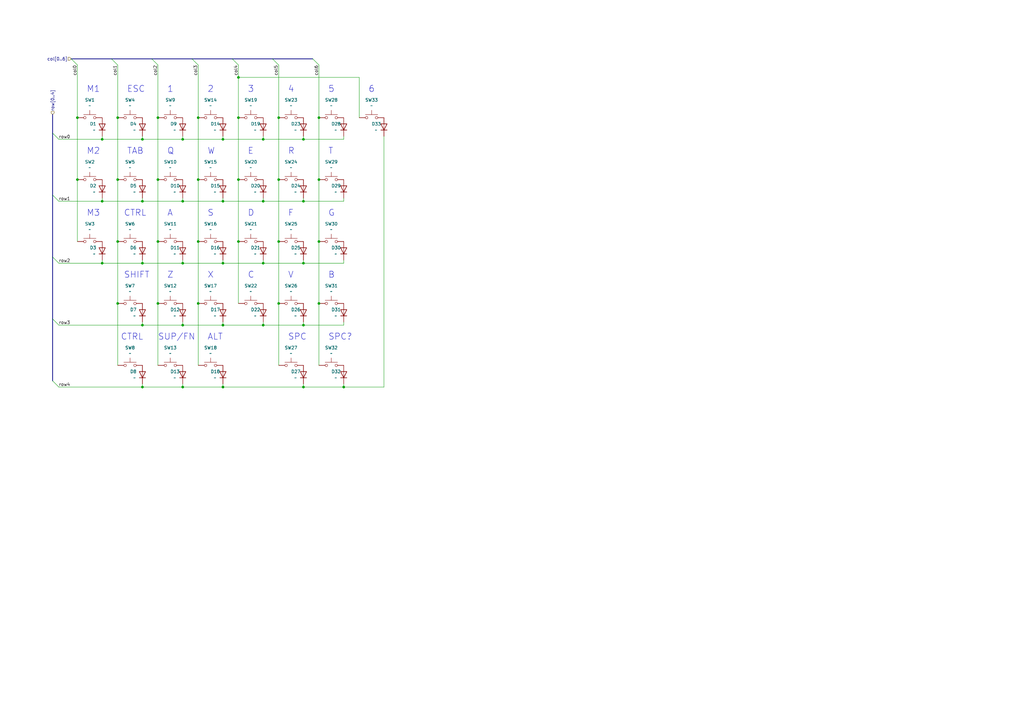
<source format=kicad_sch>
(kicad_sch (version 20211123) (generator eeschema)
  (paper "A3")
  (lib_symbols
    (symbol "Device:D" (pin_numbers hide) (pin_names (offset 1.016) hide)
      (property "Reference" "D" (at 0 2.54 0))
      (property "Value" "D" (at 0 -2.54 0))
      (symbol "D_0_1"
        (polyline (pts (xy -1.27 1.27) (xy -1.27 -1.27)) (stroke (width 0.254)))
        (polyline (pts (xy 1.27 0) (xy -1.27 0)))
        (polyline (pts (xy 1.27 1.27) (xy 1.27 -1.27) (xy -1.27 0) (xy 1.27 1.27)) (stroke (width 0.254)))
      )
      (symbol "D_1_1"
        (pin passive line (at -3.81 0 0) (length 2.54) (name "K") (number "1"))
        (pin passive line (at 3.81 0 180) (length 2.54) (name "A") (number "2"))
      )
    )
    (symbol "Switch:SW_Push" (pin_numbers hide) (pin_names (offset 1.016) hide)
      (property "Reference" "SW" (at 1.27 2.54 0))
      (property "Value" "SW_Push" (at 0 -1.524 0))
      (symbol "SW_Push_0_1"
        (circle (center -2.032 0) (radius 0.508))
        (polyline (pts (xy 0 1.27) (xy 0 3.048)))
        (polyline (pts (xy 2.54 1.27) (xy -2.54 1.27)))
        (circle (center 2.032 0) (radius 0.508))
        (pin passive line (at -5.08 0 0) (length 2.54) (name "1") (number "1"))
        (pin passive line (at 5.08 0 180) (length 2.54) (name "2") (number "2"))
      )
    )
  )
  (junction (at 91.44 57.15))
  (junction (at 74.93 82.55))
  (junction (at 114.3 73.66))
  (junction (at 97.79 31.75))
  (junction (at 74.93 133.35))
  (junction (at 91.44 133.35))
  (junction (at 64.77 99.06))
  (junction (at 97.79 48.26))
  (junction (at 41.91 82.55))
  (junction (at 114.3 124.46))
  (junction (at 74.93 57.15))
  (junction (at 48.26 99.06))
  (junction (at 81.28 99.06))
  (junction (at 124.46 133.35))
  (junction (at 114.3 48.26))
  (junction (at 140.97 158.75))
  (junction (at 107.95 57.15))
  (junction (at 124.46 158.75))
  (junction (at 97.79 73.66))
  (junction (at 64.77 48.26))
  (junction (at 130.81 124.46))
  (junction (at 107.95 133.35))
  (junction (at 130.81 73.66))
  (junction (at 114.3 99.06))
  (junction (at 130.81 48.26))
  (junction (at 74.93 158.75))
  (junction (at 91.44 107.95))
  (junction (at 124.46 57.15))
  (junction (at 130.81 99.06))
  (junction (at 81.28 124.46))
  (junction (at 31.75 48.26))
  (junction (at 81.28 73.66))
  (junction (at 58.42 82.55))
  (junction (at 124.46 82.55))
  (junction (at 58.42 57.15))
  (junction (at 58.42 133.35))
  (junction (at 97.79 99.06))
  (junction (at 58.42 158.75))
  (junction (at 91.44 158.75))
  (junction (at 31.75 73.66))
  (junction (at 124.46 107.95))
  (junction (at 41.91 57.15))
  (junction (at 41.91 107.95))
  (junction (at 74.93 107.95))
  (junction (at 58.42 107.95))
  (junction (at 81.28 48.26))
  (junction (at 64.77 73.66))
  (junction (at 91.44 82.55))
  (junction (at 48.26 48.26))
  (junction (at 107.95 82.55))
  (junction (at 64.77 124.46))
  (junction (at 107.95 107.95))
  (junction (at 48.26 73.66))
  (junction (at 48.26 124.46))
  (bus_entry (at 29.21 24.13) (size 2.54 2.54))
  (bus_entry (at 21.59 80.01) (size 2.54 2.54))
  (bus_entry (at 111.76 24.13) (size 2.54 2.54))
  (bus_entry (at 62.23 24.13) (size 2.54 2.54))
  (bus_entry (at 95.25 24.13) (size 2.54 2.54))
  (bus_entry (at 21.59 105.41) (size 2.54 2.54))
  (bus_entry (at 21.59 54.61) (size 2.54 2.54))
  (bus_entry (at 21.59 156.21) (size 2.54 2.54))
  (bus_entry (at 21.59 130.81) (size 2.54 2.54))
  (bus_entry (at 45.72 24.13) (size 2.54 2.54))
  (bus_entry (at 78.74 24.13) (size 2.54 2.54))
  (bus_entry (at 128.27 24.13) (size 2.54 2.54))
  (wire (pts (xy 97.79 48.26) (xy 97.79 73.66)))
  (wire (pts (xy 74.93 133.35) (xy 91.44 133.35)))
  (wire (pts (xy 48.26 26.67) (xy 48.26 48.26)))
  (wire (pts (xy 48.26 48.26) (xy 48.26 73.66)))
  (wire (pts (xy 97.79 26.67) (xy 97.79 31.75)))
  (wire (pts (xy 31.75 73.66) (xy 31.75 99.06)))
  (wire (pts (xy 58.42 158.75) (xy 74.93 158.75)))
  (wire (pts (xy 157.48 55.88) (xy 157.48 158.75)))
  (bus (pts (xy 21.59 130.81) (xy 21.59 156.21)))
  (wire (pts (xy 97.79 31.75) (xy 147.32 31.75)))
  (wire (pts (xy 91.44 107.95) (xy 107.95 107.95)))
  (wire (pts (xy 74.93 132.08) (xy 74.93 133.35)))
  (wire (pts (xy 74.93 55.88) (xy 74.93 57.15)))
  (wire (pts (xy 64.77 124.46) (xy 64.77 149.86)))
  (wire (pts (xy 74.93 107.95) (xy 91.44 107.95)))
  (wire (pts (xy 140.97 132.08) (xy 140.97 133.35)))
  (wire (pts (xy 91.44 106.68) (xy 91.44 107.95)))
  (wire (pts (xy 58.42 106.68) (xy 58.42 107.95)))
  (wire (pts (xy 74.93 106.68) (xy 74.93 107.95)))
  (wire (pts (xy 124.46 132.08) (xy 124.46 133.35)))
  (bus (pts (xy 111.76 24.13) (xy 128.27 24.13)))
  (wire (pts (xy 58.42 81.28) (xy 58.42 82.55)))
  (wire (pts (xy 130.81 99.06) (xy 130.81 124.46)))
  (wire (pts (xy 81.28 99.06) (xy 81.28 124.46)))
  (wire (pts (xy 81.28 48.26) (xy 81.28 73.66)))
  (wire (pts (xy 124.46 158.75) (xy 140.97 158.75)))
  (wire (pts (xy 48.26 99.06) (xy 48.26 124.46)))
  (wire (pts (xy 140.97 106.68) (xy 140.97 107.95)))
  (wire (pts (xy 114.3 99.06) (xy 114.3 124.46)))
  (bus (pts (xy 78.74 24.13) (xy 95.25 24.13)))
  (wire (pts (xy 64.77 99.06) (xy 64.77 124.46)))
  (wire (pts (xy 58.42 133.35) (xy 74.93 133.35)))
  (wire (pts (xy 31.75 26.67) (xy 31.75 48.26)))
  (wire (pts (xy 114.3 73.66) (xy 114.3 99.06)))
  (wire (pts (xy 130.81 73.66) (xy 130.81 99.06)))
  (wire (pts (xy 41.91 57.15) (xy 58.42 57.15)))
  (wire (pts (xy 58.42 107.95) (xy 74.93 107.95)))
  (wire (pts (xy 91.44 132.08) (xy 91.44 133.35)))
  (wire (pts (xy 58.42 57.15) (xy 74.93 57.15)))
  (wire (pts (xy 64.77 48.26) (xy 64.77 73.66)))
  (wire (pts (xy 140.97 81.28) (xy 140.97 82.55)))
  (wire (pts (xy 124.46 133.35) (xy 140.97 133.35)))
  (wire (pts (xy 24.13 82.55) (xy 41.91 82.55)))
  (wire (pts (xy 41.91 107.95) (xy 58.42 107.95)))
  (bus (pts (xy 21.59 80.01) (xy 21.59 105.41)))
  (wire (pts (xy 48.26 124.46) (xy 48.26 149.86)))
  (wire (pts (xy 130.81 48.26) (xy 130.81 73.66)))
  (wire (pts (xy 41.91 81.28) (xy 41.91 82.55)))
  (wire (pts (xy 74.93 157.48) (xy 74.93 158.75)))
  (wire (pts (xy 97.79 73.66) (xy 97.79 99.06)))
  (wire (pts (xy 140.97 157.48) (xy 140.97 158.75)))
  (wire (pts (xy 91.44 133.35) (xy 107.95 133.35)))
  (wire (pts (xy 124.46 157.48) (xy 124.46 158.75)))
  (wire (pts (xy 74.93 82.55) (xy 91.44 82.55)))
  (wire (pts (xy 107.95 107.95) (xy 124.46 107.95)))
  (wire (pts (xy 58.42 157.48) (xy 58.42 158.75)))
  (wire (pts (xy 91.44 158.75) (xy 124.46 158.75)))
  (wire (pts (xy 81.28 73.66) (xy 81.28 99.06)))
  (bus (pts (xy 29.21 24.13) (xy 45.72 24.13)))
  (wire (pts (xy 140.97 158.75) (xy 157.48 158.75)))
  (wire (pts (xy 41.91 55.88) (xy 41.91 57.15)))
  (wire (pts (xy 107.95 133.35) (xy 124.46 133.35)))
  (bus (pts (xy 21.59 54.61) (xy 21.59 80.01)))
  (wire (pts (xy 97.79 31.75) (xy 97.79 48.26)))
  (wire (pts (xy 124.46 107.95) (xy 140.97 107.95)))
  (wire (pts (xy 91.44 57.15) (xy 107.95 57.15)))
  (wire (pts (xy 58.42 82.55) (xy 74.93 82.55)))
  (wire (pts (xy 124.46 57.15) (xy 140.97 57.15)))
  (wire (pts (xy 41.91 82.55) (xy 58.42 82.55)))
  (wire (pts (xy 107.95 57.15) (xy 124.46 57.15)))
  (wire (pts (xy 24.13 158.75) (xy 58.42 158.75)))
  (wire (pts (xy 97.79 99.06) (xy 97.79 124.46)))
  (wire (pts (xy 74.93 57.15) (xy 91.44 57.15)))
  (wire (pts (xy 140.97 55.88) (xy 140.97 57.15)))
  (wire (pts (xy 130.81 124.46) (xy 130.81 149.86)))
  (wire (pts (xy 107.95 55.88) (xy 107.95 57.15)))
  (wire (pts (xy 107.95 106.68) (xy 107.95 107.95)))
  (bus (pts (xy 45.72 24.13) (xy 62.23 24.13)))
  (wire (pts (xy 114.3 124.46) (xy 114.3 149.86)))
  (wire (pts (xy 91.44 81.28) (xy 91.44 82.55)))
  (wire (pts (xy 24.13 107.95) (xy 41.91 107.95)))
  (wire (pts (xy 124.46 81.28) (xy 124.46 82.55)))
  (wire (pts (xy 64.77 26.67) (xy 64.77 48.26)))
  (wire (pts (xy 107.95 82.55) (xy 124.46 82.55)))
  (wire (pts (xy 124.46 106.68) (xy 124.46 107.95)))
  (wire (pts (xy 41.91 106.68) (xy 41.91 107.95)))
  (wire (pts (xy 107.95 81.28) (xy 107.95 82.55)))
  (wire (pts (xy 114.3 26.67) (xy 114.3 48.26)))
  (wire (pts (xy 124.46 82.55) (xy 140.97 82.55)))
  (wire (pts (xy 124.46 55.88) (xy 124.46 57.15)))
  (bus (pts (xy 95.25 24.13) (xy 111.76 24.13)))
  (wire (pts (xy 74.93 81.28) (xy 74.93 82.55)))
  (wire (pts (xy 81.28 124.46) (xy 81.28 149.86)))
  (wire (pts (xy 147.32 31.75) (xy 147.32 48.26)))
  (wire (pts (xy 24.13 133.35) (xy 58.42 133.35)))
  (wire (pts (xy 24.13 57.15) (xy 41.91 57.15)))
  (wire (pts (xy 58.42 55.88) (xy 58.42 57.15)))
  (wire (pts (xy 58.42 132.08) (xy 58.42 133.35)))
  (wire (pts (xy 130.81 26.67) (xy 130.81 48.26)))
  (bus (pts (xy 62.23 24.13) (xy 78.74 24.13)))
  (wire (pts (xy 48.26 73.66) (xy 48.26 99.06)))
  (wire (pts (xy 91.44 55.88) (xy 91.44 57.15)))
  (wire (pts (xy 74.93 158.75) (xy 91.44 158.75)))
  (wire (pts (xy 31.75 48.26) (xy 31.75 73.66)))
  (wire (pts (xy 91.44 157.48) (xy 91.44 158.75)))
  (bus (pts (xy 21.59 105.41) (xy 21.59 130.81)))
  (wire (pts (xy 91.44 82.55) (xy 107.95 82.55)))
  (bus (pts (xy 21.59 46.99) (xy 21.59 54.61)))
  (wire (pts (xy 81.28 26.67) (xy 81.28 48.26)))
  (wire (pts (xy 114.3 48.26) (xy 114.3 73.66)))
  (wire (pts (xy 107.95 132.08) (xy 107.95 133.35)))
  (wire (pts (xy 64.77 73.66) (xy 64.77 99.06)))
  (text "5" (at 134.62 38.1 0) (effects (font (size 2.54 2.54)) (justify left bottom)))
  (text "2" (at 85.09 38.1 0) (effects (font (size 2.54 2.54)) (justify left bottom)))
  (text "T" (at 134.62 63.5 0) (effects (font (size 2.54 2.54)) (justify left bottom)))
  (text "E" (at 101.6 63.5 0) (effects (font (size 2.54 2.54)) (justify left bottom)))
  (text "SUP/FN" (at 64.77 139.7 0) (effects (font (size 2.54 2.54)) (justify left bottom)))
  (text "F" (at 118.11 88.9 0) (effects (font (size 2.54 2.54)) (justify left bottom)))
  (text "M1\n" (at 35.56 38.1 0) (effects (font (size 2.54 2.54)) (justify left bottom)))
  (text "A" (at 68.58 88.9 0) (effects (font (size 2.54 2.54)) (justify left bottom)))
  (text "4" (at 118.11 38.1 0) (effects (font (size 2.54 2.54)) (justify left bottom)))
  (text "CTRL" (at 50.8 88.9 0) (effects (font (size 2.54 2.54)) (justify left bottom)))
  (text "CTRL" (at 49.53 139.7 0) (effects (font (size 2.54 2.54)) (justify left bottom)))
  (text "W" (at 85.09 63.5 0) (effects (font (size 2.54 2.54)) (justify left bottom)))
  (text "3" (at 101.6 38.1 0) (effects (font (size 2.54 2.54)) (justify left bottom)))
  (text "M3" (at 35.56 88.9 0) (effects (font (size 2.54 2.54)) (justify left bottom)))
  (text "ESC" (at 52.07 38.1 0) (effects (font (size 2.54 2.54)) (justify left bottom)))
  (text "G" (at 134.62 88.9 0) (effects (font (size 2.54 2.54)) (justify left bottom)))
  (text "SPC" (at 118.11 139.7 0) (effects (font (size 2.54 2.54)) (justify left bottom)))
  (text "Q" (at 68.58 63.5 0) (effects (font (size 2.54 2.54)) (justify left bottom)))
  (text "1" (at 68.58 38.1 0) (effects (font (size 2.54 2.54)) (justify left bottom)))
  (text "TAB" (at 52.07 63.5 0) (effects (font (size 2.54 2.54)) (justify left bottom)))
  (text "Z" (at 68.58 114.3 0) (effects (font (size 2.54 2.54)) (justify left bottom)))
  (text "B" (at 134.62 114.3 0) (effects (font (size 2.54 2.54)) (justify left bottom)))
  (text "SPC?\n" (at 134.62 139.7 0) (effects (font (size 2.54 2.54)) (justify left bottom)))
  (text "D" (at 101.6 88.9 0) (effects (font (size 2.54 2.54)) (justify left bottom)))
  (text "M2" (at 35.56 63.5 0) (effects (font (size 2.54 2.54)) (justify left bottom)))
  (text "SHIFT" (at 50.8 114.3 0) (effects (font (size 2.54 2.54)) (justify left bottom)))
  (text "S" (at 85.09 88.9 0) (effects (font (size 2.54 2.54)) (justify left bottom)))
  (text "V" (at 118.11 114.3 0) (effects (font (size 2.54 2.54)) (justify left bottom)))
  (text "6" (at 151.13 38.1 0) (effects (font (size 2.54 2.54)) (justify left bottom)))
  (text "C" (at 101.6 114.3 0) (effects (font (size 2.54 2.54)) (justify left bottom)))
  (text "ALT" (at 85.09 139.7 0) (effects (font (size 2.54 2.54)) (justify left bottom)))
  (text "X" (at 85.09 114.3 0) (effects (font (size 2.54 2.54)) (justify left bottom)))
  (text "R" (at 118.11 63.5 0) (effects (font (size 2.54 2.54)) (justify left bottom)))
  (label "col4" (at 97.79 26.67 270))
  (label "row3" (at 24.13 133.35 0))
  (label "row4" (at 24.13 158.75 0))
  (label "col5" (at 114.3 26.67 270))
  (label "row1" (at 24.13 82.55 0))
  (label "row0" (at 24.13 57.15 0))
  (label "col3" (at 81.28 26.67 270))
  (label "col2" (at 64.77 26.67 270))
  (label "col1" (at 48.26 26.67 270))
  (label "col0" (at 31.75 26.67 270))
  (label "col6" (at 130.81 26.67 270))
  (label "row2" (at 24.13 107.95 0))
  (hierarchical_label "col[0..6]" (shape input) (at 29.21 24.13 180))
  (hierarchical_label "row[0..4]" (shape input) (at 21.59 46.99 90))
  (symbol (lib_id "Switch:SW_Push") (at 53.34 48.26 0) (unit 1)
    (property "Reference" "SW4" (at 53.34 41.021 0))
    (property "Value" "~" (at 53.34 43.3324 0))
    (property "Footprint" "MX_Switch:SW_Cherry_MX_1.00u_PCB_Socket" (effects hide))
  )
  (symbol (lib_id "Device:D") (at 58.42 52.07 90) (unit 1)
    (property "Reference" "D4" (at 53.34 50.8 90) (effects (justify right)))
    (property "Value" "~" (at 54.61 53.34 90) (effects (justify right)))
    (property "Footprint" "Diode_SMD:D_SOD-123" (effects hide))
  )
  (symbol (lib_id "Switch:SW_Push") (at 69.85 48.26 0) (unit 1)
    (property "Reference" "SW9" (at 69.85 41.021 0))
    (property "Value" "~" (at 69.85 43.3324 0))
    (property "Footprint" "MX_Switch:SW_Cherry_MX_1.00u_PCB_Socket" (effects hide))
  )
  (symbol (lib_id "Switch:SW_Push") (at 53.34 73.66 0) (unit 1)
    (property "Reference" "SW5" (at 53.34 66.421 0))
    (property "Value" "~" (at 53.34 68.7324 0))
    (property "Footprint" "MX_Switch:SW_Cherry_MX_1.50u_PCB_Socket" (effects hide))
  )
  (symbol (lib_id "Device:D") (at 58.42 77.47 90) (unit 1)
    (property "Reference" "D5" (at 53.34 76.2 90) (effects (justify right)))
    (property "Value" "~" (at 54.61 78.74 90) (effects (justify right)))
    (property "Footprint" "Diode_SMD:D_SOD-123" (effects hide))
  )
  (symbol (lib_id "Device:D") (at 74.93 52.07 90) (unit 1)
    (property "Reference" "D9" (at 69.85 50.8 90) (effects (justify right)))
    (property "Value" "~" (at 71.12 53.34 90) (effects (justify right)))
    (property "Footprint" "Diode_SMD:D_SOD-123" (effects hide))
  )
  (symbol (lib_id "Switch:SW_Push") (at 69.85 73.66 0) (unit 1)
    (property "Reference" "SW10" (at 69.85 66.421 0))
    (property "Value" "~" (at 69.85 68.7324 0))
    (property "Footprint" "MX_Switch:SW_Cherry_MX_1.00u_PCB_Socket" (effects hide))
  )
  (symbol (lib_id "Device:D") (at 74.93 77.47 90) (unit 1)
    (property "Reference" "D10" (at 69.85 76.2 90) (effects (justify right)))
    (property "Value" "~" (at 71.12 78.74 90) (effects (justify right)))
    (property "Footprint" "Diode_SMD:D_SOD-123" (effects hide))
  )
  (symbol (lib_id "Switch:SW_Push") (at 53.34 99.06 0) (unit 1)
    (property "Reference" "SW6" (at 53.34 91.821 0))
    (property "Value" "~" (at 53.34 94.1324 0))
    (property "Footprint" "MX_Switch:SW_Cherry_MX_1.75u_PCB_Socket" (effects hide))
  )
  (symbol (lib_id "Device:D") (at 58.42 102.87 90) (unit 1)
    (property "Reference" "D6" (at 53.34 101.6 90) (effects (justify right)))
    (property "Value" "~" (at 54.61 104.14 90) (effects (justify right)))
    (property "Footprint" "Diode_SMD:D_SOD-123" (effects hide))
  )
  (symbol (lib_id "Switch:SW_Push") (at 53.34 124.46 0) (unit 1)
    (property "Reference" "SW7" (at 53.34 117.221 0))
    (property "Value" "~" (at 53.34 119.5324 0))
    (property "Footprint" "MX_Switch:SW_Cherry_MX_2.00u_PCB_Socket_ReversedStabilizers" (effects hide))
  )
  (symbol (lib_id "Switch:SW_Push") (at 69.85 149.86 0) (unit 1)
    (property "Reference" "SW13" (at 69.85 142.621 0))
    (property "Value" "~" (at 69.85 144.9324 0))
    (property "Footprint" "MX_Switch:SW_Cherry_MX_1.50u_PCB_Socket" (effects hide))
  )
  (symbol (lib_id "Device:D") (at 58.42 128.27 90) (unit 1)
    (property "Reference" "D7" (at 53.34 127 90) (effects (justify right)))
    (property "Value" "~" (at 54.61 129.54 90) (effects (justify right)))
    (property "Footprint" "Diode_SMD:D_SOD-123" (effects hide))
  )
  (symbol (lib_id "Device:D") (at 74.93 153.67 90) (unit 1)
    (property "Reference" "D13" (at 69.85 152.4 90) (effects (justify right)))
    (property "Value" "~" (at 71.12 154.94 90) (effects (justify right)))
    (property "Footprint" "Diode_SMD:D_SOD-123" (effects hide))
  )
  (symbol (lib_id "Switch:SW_Push") (at 69.85 99.06 0) (unit 1)
    (property "Reference" "SW11" (at 69.85 91.821 0))
    (property "Value" "~" (at 69.85 94.1324 0))
    (property "Footprint" "MX_Switch:SW_Cherry_MX_1.00u_PCB_Socket" (effects hide))
  )
  (symbol (lib_id "Switch:SW_Push") (at 69.85 124.46 0) (unit 1)
    (property "Reference" "SW12" (at 69.85 117.221 0))
    (property "Value" "~" (at 69.85 119.5324 0))
    (property "Footprint" "MX_Switch:SW_Cherry_MX_1.00u_PCB_Socket" (effects hide))
  )
  (symbol (lib_id "Device:D") (at 74.93 102.87 90) (unit 1)
    (property "Reference" "D11" (at 69.85 101.6 90) (effects (justify right)))
    (property "Value" "~" (at 71.12 104.14 90) (effects (justify right)))
    (property "Footprint" "Diode_SMD:D_SOD-123" (effects hide))
  )
  (symbol (lib_id "Device:D") (at 74.93 128.27 90) (unit 1)
    (property "Reference" "D12" (at 69.85 127 90) (effects (justify right)))
    (property "Value" "~" (at 71.12 129.54 90) (effects (justify right)))
    (property "Footprint" "Diode_SMD:D_SOD-123" (effects hide))
  )
  (symbol (lib_id "Switch:SW_Push") (at 86.36 48.26 0) (unit 1)
    (property "Reference" "SW14" (at 86.36 41.021 0))
    (property "Value" "~" (at 86.36 43.3324 0))
    (property "Footprint" "MX_Switch:SW_Cherry_MX_1.00u_PCB_Socket" (effects hide))
  )
  (symbol (lib_id "Device:D") (at 91.44 52.07 90) (unit 1)
    (property "Reference" "D14" (at 86.36 50.8 90) (effects (justify right)))
    (property "Value" "~" (at 87.63 53.34 90) (effects (justify right)))
    (property "Footprint" "Diode_SMD:D_SOD-123" (effects hide))
  )
  (symbol (lib_id "Switch:SW_Push") (at 86.36 73.66 0) (unit 1)
    (property "Reference" "SW15" (at 86.36 66.421 0))
    (property "Value" "~" (at 86.36 68.7324 0))
    (property "Footprint" "MX_Switch:SW_Cherry_MX_1.00u_PCB_Socket" (effects hide))
  )
  (symbol (lib_id "Device:D") (at 91.44 77.47 90) (unit 1)
    (property "Reference" "D15" (at 86.36 76.2 90) (effects (justify right)))
    (property "Value" "~" (at 87.63 78.74 90) (effects (justify right)))
    (property "Footprint" "Diode_SMD:D_SOD-123" (effects hide))
  )
  (symbol (lib_id "Switch:SW_Push") (at 86.36 99.06 0) (unit 1)
    (property "Reference" "SW16" (at 86.36 91.821 0))
    (property "Value" "~" (at 86.36 94.1324 0))
    (property "Footprint" "MX_Switch:SW_Cherry_MX_1.00u_PCB_Socket" (effects hide))
  )
  (symbol (lib_id "Switch:SW_Push") (at 86.36 124.46 0) (unit 1)
    (property "Reference" "SW17" (at 86.36 117.221 0))
    (property "Value" "~" (at 86.36 119.5324 0))
    (property "Footprint" "MX_Switch:SW_Cherry_MX_1.00u_PCB_Socket" (effects hide))
  )
  (symbol (lib_id "Switch:SW_Push") (at 86.36 149.86 0) (unit 1)
    (property "Reference" "SW18" (at 86.36 142.621 0))
    (property "Value" "~" (at 86.36 144.9324 0))
    (property "Footprint" "MX_Switch:SW_Cherry_MX_1.50u_PCB_Socket" (effects hide))
  )
  (symbol (lib_id "Device:D") (at 91.44 102.87 90) (unit 1)
    (property "Reference" "D16" (at 86.36 101.6 90) (effects (justify right)))
    (property "Value" "~" (at 87.63 104.14 90) (effects (justify right)))
    (property "Footprint" "Diode_SMD:D_SOD-123" (effects hide))
  )
  (symbol (lib_id "Device:D") (at 91.44 128.27 90) (unit 1)
    (property "Reference" "D17" (at 86.36 127 90) (effects (justify right)))
    (property "Value" "~" (at 87.63 129.54 90) (effects (justify right)))
    (property "Footprint" "Diode_SMD:D_SOD-123" (effects hide))
  )
  (symbol (lib_id "Device:D") (at 91.44 153.67 90) (unit 1)
    (property "Reference" "D18" (at 86.36 152.4 90) (effects (justify right)))
    (property "Value" "~" (at 87.63 154.94 90) (effects (justify right)))
    (property "Footprint" "Diode_SMD:D_SOD-123" (effects hide))
  )
  (symbol (lib_id "Switch:SW_Push") (at 102.87 48.26 0) (unit 1)
    (property "Reference" "SW19" (at 102.87 41.021 0))
    (property "Value" "~" (at 102.87 43.3324 0))
    (property "Footprint" "MX_Switch:SW_Cherry_MX_1.00u_PCB_Socket" (effects hide))
  )
  (symbol (lib_id "Device:D") (at 107.95 52.07 90) (unit 1)
    (property "Reference" "D19" (at 102.87 50.8 90) (effects (justify right)))
    (property "Value" "~" (at 104.14 53.34 90) (effects (justify right)))
    (property "Footprint" "Diode_SMD:D_SOD-123" (effects hide))
  )
  (symbol (lib_id "Switch:SW_Push") (at 102.87 73.66 0) (unit 1)
    (property "Reference" "SW20" (at 102.87 66.421 0))
    (property "Value" "~" (at 102.87 68.7324 0))
    (property "Footprint" "MX_Switch:SW_Cherry_MX_1.00u_PCB_Socket" (effects hide))
  )
  (symbol (lib_id "Device:D") (at 107.95 77.47 90) (unit 1)
    (property "Reference" "D20" (at 102.87 76.2 90) (effects (justify right)))
    (property "Value" "~" (at 104.14 78.74 90) (effects (justify right)))
    (property "Footprint" "Diode_SMD:D_SOD-123" (effects hide))
  )
  (symbol (lib_id "Switch:SW_Push") (at 102.87 99.06 0) (unit 1)
    (property "Reference" "SW21" (at 102.87 91.821 0))
    (property "Value" "~" (at 102.87 94.1324 0))
    (property "Footprint" "MX_Switch:SW_Cherry_MX_1.00u_PCB_Socket" (effects hide))
  )
  (symbol (lib_id "Switch:SW_Push") (at 102.87 124.46 0) (unit 1)
    (property "Reference" "SW22" (at 102.87 117.221 0))
    (property "Value" "~" (at 102.87 119.5324 0))
    (property "Footprint" "MX_Switch:SW_Cherry_MX_1.00u_PCB_Socket" (effects hide))
  )
  (symbol (lib_id "Device:D") (at 107.95 102.87 90) (unit 1)
    (property "Reference" "D21" (at 102.87 101.6 90) (effects (justify right)))
    (property "Value" "~" (at 104.14 104.14 90) (effects (justify right)))
    (property "Footprint" "Diode_SMD:D_SOD-123" (effects hide))
  )
  (symbol (lib_id "Device:D") (at 107.95 128.27 90) (unit 1)
    (property "Reference" "D22" (at 102.87 127 90) (effects (justify right)))
    (property "Value" "~" (at 104.14 129.54 90) (effects (justify right)))
    (property "Footprint" "Diode_SMD:D_SOD-123" (effects hide))
  )
  (symbol (lib_id "Switch:SW_Push") (at 119.38 48.26 0) (unit 1)
    (property "Reference" "SW23" (at 119.38 41.021 0))
    (property "Value" "~" (at 119.38 43.3324 0))
    (property "Footprint" "MX_Switch:SW_Cherry_MX_1.00u_PCB_Socket" (effects hide))
  )
  (symbol (lib_id "Device:D") (at 124.46 52.07 90) (unit 1)
    (property "Reference" "D23" (at 119.38 50.8 90) (effects (justify right)))
    (property "Value" "~" (at 120.65 53.34 90) (effects (justify right)))
    (property "Footprint" "Diode_SMD:D_SOD-123" (effects hide))
  )
  (symbol (lib_id "Switch:SW_Push") (at 119.38 73.66 0) (unit 1)
    (property "Reference" "SW24" (at 119.38 66.421 0))
    (property "Value" "~" (at 119.38 68.7324 0))
    (property "Footprint" "MX_Switch:SW_Cherry_MX_1.00u_PCB_Socket" (effects hide))
  )
  (symbol (lib_id "Device:D") (at 124.46 77.47 90) (unit 1)
    (property "Reference" "D24" (at 119.38 76.2 90) (effects (justify right)))
    (property "Value" "~" (at 120.65 78.74 90) (effects (justify right)))
    (property "Footprint" "Diode_SMD:D_SOD-123" (effects hide))
  )
  (symbol (lib_id "Switch:SW_Push") (at 119.38 99.06 0) (unit 1)
    (property "Reference" "SW25" (at 119.38 91.821 0))
    (property "Value" "~" (at 119.38 94.1324 0))
    (property "Footprint" "MX_Switch:SW_Cherry_MX_1.00u_PCB_Socket" (effects hide))
  )
  (symbol (lib_id "Switch:SW_Push") (at 119.38 124.46 0) (unit 1)
    (property "Reference" "SW26" (at 119.38 117.221 0))
    (property "Value" "~" (at 119.38 119.5324 0))
    (property "Footprint" "MX_Switch:SW_Cherry_MX_1.00u_PCB_Socket" (effects hide))
  )
  (symbol (lib_id "Switch:SW_Push") (at 119.38 149.86 0) (unit 1)
    (property "Reference" "SW27" (at 119.38 142.621 0))
    (property "Value" "~" (at 119.38 144.9324 0))
    (property "Footprint" "MX_Switch:SW_Cherry_MX_2.00u_PCB_Socket_ReversedStabilizers" (effects hide))
  )
  (symbol (lib_id "Device:D") (at 124.46 102.87 90) (unit 1)
    (property "Reference" "D25" (at 119.38 101.6 90) (effects (justify right)))
    (property "Value" "~" (at 120.65 104.14 90) (effects (justify right)))
    (property "Footprint" "Diode_SMD:D_SOD-123" (effects hide))
  )
  (symbol (lib_id "Device:D") (at 124.46 128.27 90) (unit 1)
    (property "Reference" "D26" (at 119.38 127 90) (effects (justify right)))
    (property "Value" "~" (at 120.65 129.54 90) (effects (justify right)))
    (property "Footprint" "Diode_SMD:D_SOD-123" (effects hide))
  )
  (symbol (lib_id "Device:D") (at 124.46 153.67 90) (unit 1)
    (property "Reference" "D27" (at 119.38 152.4 90) (effects (justify right)))
    (property "Value" "~" (at 120.65 154.94 90) (effects (justify right)))
    (property "Footprint" "Diode_SMD:D_SOD-123" (effects hide))
  )
  (symbol (lib_id "Switch:SW_Push") (at 135.89 48.26 0) (unit 1)
    (property "Reference" "SW28" (at 135.89 41.021 0))
    (property "Value" "~" (at 135.89 43.3324 0))
    (property "Footprint" "MX_Switch:SW_Cherry_MX_1.00u_PCB_Socket" (effects hide))
  )
  (symbol (lib_id "Device:D") (at 140.97 52.07 90) (unit 1)
    (property "Reference" "D28" (at 135.89 50.8 90) (effects (justify right)))
    (property "Value" "~" (at 137.16 53.34 90) (effects (justify right)))
    (property "Footprint" "Diode_SMD:D_SOD-123" (effects hide))
  )
  (symbol (lib_id "Switch:SW_Push") (at 135.89 73.66 0) (unit 1)
    (property "Reference" "SW29" (at 135.89 66.421 0))
    (property "Value" "~" (at 135.89 68.7324 0))
    (property "Footprint" "MX_Switch:SW_Cherry_MX_1.00u_PCB_Socket" (effects hide))
  )
  (symbol (lib_id "Device:D") (at 140.97 77.47 90) (unit 1)
    (property "Reference" "D29" (at 135.89 76.2 90) (effects (justify right)))
    (property "Value" "~" (at 137.16 78.74 90) (effects (justify right)))
    (property "Footprint" "Diode_SMD:D_SOD-123" (effects hide))
  )
  (symbol (lib_id "Switch:SW_Push") (at 135.89 99.06 0) (unit 1)
    (property "Reference" "SW30" (at 135.89 91.821 0))
    (property "Value" "~" (at 135.89 94.1324 0))
    (property "Footprint" "MX_Switch:SW_Cherry_MX_1.00u_PCB_Socket" (effects hide))
  )
  (symbol (lib_id "Switch:SW_Push") (at 135.89 124.46 0) (unit 1)
    (property "Reference" "SW31" (at 135.89 117.221 0))
    (property "Value" "~" (at 135.89 119.5324 0))
    (property "Footprint" "MX_Switch:SW_Cherry_MX_1.00u_PCB_Socket" (effects hide))
  )
  (symbol (lib_id "Switch:SW_Push") (at 135.89 149.86 0) (unit 1)
    (property "Reference" "SW32" (at 135.89 142.621 0))
    (property "Value" "~" (at 135.89 144.9324 0))
    (property "Footprint" "MX_Switch:SW_Cherry_MX_1.00u_PCB_Socket" (effects hide))
  )
  (symbol (lib_id "Device:D") (at 140.97 102.87 90) (unit 1)
    (property "Reference" "D30" (at 135.89 101.6 90) (effects (justify right)))
    (property "Value" "~" (at 137.16 104.14 90) (effects (justify right)))
    (property "Footprint" "Diode_SMD:D_SOD-123" (effects hide))
  )
  (symbol (lib_id "Device:D") (at 140.97 128.27 90) (unit 1)
    (property "Reference" "D31" (at 135.89 127 90) (effects (justify right)))
    (property "Value" "~" (at 137.16 129.54 90) (effects (justify right)))
    (property "Footprint" "Diode_SMD:D_SOD-123" (effects hide))
  )
  (symbol (lib_id "Device:D") (at 140.97 153.67 90) (unit 1)
    (property "Reference" "D32" (at 135.89 152.4 90) (effects (justify right)))
    (property "Value" "~" (at 137.16 154.94 90) (effects (justify right)))
    (property "Footprint" "Diode_SMD:D_SOD-123" (effects hide))
  )
  (symbol (lib_id "Switch:SW_Push") (at 152.4 48.26 0) (unit 1)
    (property "Reference" "SW33" (at 152.4 41.021 0))
    (property "Value" "~" (at 152.4 43.3324 0))
    (property "Footprint" "MX_Switch:SW_Cherry_MX_1.00u_PCB_Socket" (effects hide))
  )
  (symbol (lib_id "Device:D") (at 157.48 52.07 90) (unit 1)
    (property "Reference" "D33" (at 152.4 50.8 90) (effects (justify right)))
    (property "Value" "~" (at 153.67 53.34 90) (effects (justify right)))
    (property "Footprint" "Diode_SMD:D_SOD-123" (effects hide))
  )
  (symbol (lib_id "Device:D") (at 41.91 52.07 90) (unit 1)
    (property "Reference" "D1" (at 36.83 50.8 90) (effects (justify right)))
    (property "Value" "~" (at 38.1 53.34 90) (effects (justify right)))
    (property "Footprint" "Diode_SMD:D_SOD-123" (effects hide))
  )
  (symbol (lib_id "Switch:SW_Push") (at 53.34 149.86 0) (unit 1)
    (property "Reference" "SW8" (at 53.34 142.621 0))
    (property "Value" "~" (at 53.34 144.9324 0))
    (property "Footprint" "MX_Switch:SW_Cherry_MX_1.50u_PCB_Socket" (effects hide))
  )
  (symbol (lib_id "Switch:SW_Push") (at 36.83 99.06 0) (unit 1)
    (property "Reference" "SW3" (at 36.83 91.821 0))
    (property "Value" "~" (at 36.83 94.1324 0))
    (property "Footprint" "MX_Switch:SW_Cherry_MX_1.00u_PCB_Socket" (effects hide))
  )
  (symbol (lib_id "Switch:SW_Push") (at 36.83 73.66 0) (unit 1)
    (property "Reference" "SW2" (at 36.83 66.421 0))
    (property "Value" "~" (at 36.83 68.7324 0))
    (property "Footprint" "MX_Switch:SW_Cherry_MX_1.00u_PCB_Socket" (effects hide))
  )
  (symbol (lib_id "Switch:SW_Push") (at 36.83 48.26 0) (unit 1)
    (property "Reference" "SW1" (at 36.83 41.021 0))
    (property "Value" "~" (at 36.83 43.3324 0))
    (property "Footprint" "MX_Switch:SW_Cherry_MX_1.00u_PCB_Socket" (effects hide))
  )
  (symbol (lib_id "Device:D") (at 58.42 153.67 90) (unit 1)
    (property "Reference" "D8" (at 53.34 152.4 90) (effects (justify right)))
    (property "Value" "~" (at 54.61 154.94 90) (effects (justify right)))
    (property "Footprint" "Diode_SMD:D_SOD-123" (effects hide))
  )
  (symbol (lib_id "Device:D") (at 41.91 77.47 90) (unit 1)
    (property "Reference" "D2" (at 36.83 76.2 90) (effects (justify right)))
    (property "Value" "~" (at 38.1 78.74 90) (effects (justify right)))
    (property "Footprint" "Diode_SMD:D_SOD-123" (effects hide))
  )
  (symbol (lib_id "Device:D") (at 41.91 102.87 90) (unit 1)
    (property "Reference" "D3" (at 36.83 101.6 90) (effects (justify right)))
    (property "Value" "~" (at 38.1 104.14 90) (effects (justify right)))
    (property "Footprint" "Diode_SMD:D_SOD-123" (effects hide))
  )
)
</source>
